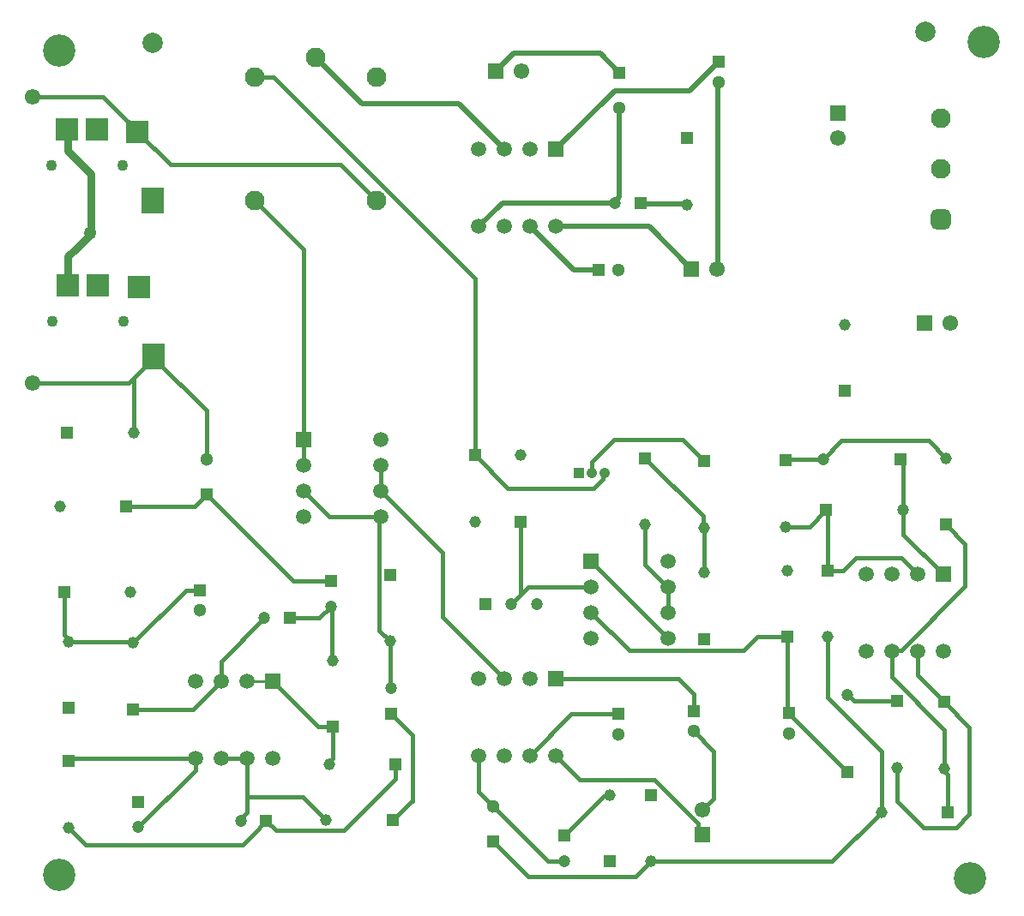
<source format=gtl>
G04*
G04 #@! TF.GenerationSoftware,Altium Limited,Altium Designer,24.2.2 (26)*
G04*
G04 Layer_Physical_Order=1*
G04 Layer_Color=255*
%FSLAX44Y44*%
%MOMM*%
G71*
G04*
G04 #@! TF.SameCoordinates,0EA0B31A-DED8-4D88-AA7A-5696349AFEB5*
G04*
G04*
G04 #@! TF.FilePolarity,Positive*
G04*
G01*
G75*
%ADD17R,2.2000X2.3000*%
%ADD18R,2.2000X2.5000*%
%ADD21C,1.5500*%
%ADD24C,2.0000*%
%ADD25C,1.2000*%
%ADD26R,1.2000X1.2000*%
%ADD28C,1.1500*%
%ADD29R,1.1500X1.1500*%
%ADD30R,1.1500X1.1500*%
%ADD32R,1.5500X1.5500*%
%ADD34R,1.2000X1.2000*%
%ADD35R,1.5500X1.5500*%
%ADD39C,1.3000*%
%ADD40R,1.3000X1.3000*%
%ADD44C,0.3810*%
%ADD45C,0.5080*%
%ADD46C,0.7620*%
%ADD47C,0.2540*%
%ADD48R,1.3000X1.3000*%
%ADD49C,1.1000*%
%ADD50C,1.5000*%
%ADD51R,1.0500X1.0500*%
%ADD52C,1.0500*%
%ADD53R,1.5000X1.5000*%
%ADD54R,1.5000X1.5000*%
%ADD55C,3.2000*%
%ADD56C,1.9500*%
G04:AMPARAMS|DCode=57|XSize=1.95mm|YSize=1.95mm|CornerRadius=0.4875mm|HoleSize=0mm|Usage=FLASHONLY|Rotation=90.000|XOffset=0mm|YOffset=0mm|HoleType=Round|Shape=RoundedRectangle|*
%AMROUNDEDRECTD57*
21,1,1.9500,0.9750,0,0,90.0*
21,1,0.9750,1.9500,0,0,90.0*
1,1,0.9750,0.4875,0.4875*
1,1,0.9750,0.4875,-0.4875*
1,1,0.9750,-0.4875,-0.4875*
1,1,0.9750,-0.4875,0.4875*
%
%ADD57ROUNDEDRECTD57*%
%ADD58C,1.2700*%
D17*
X55000Y-279500D02*
D03*
X85000D02*
D03*
X125000Y-281500D02*
D03*
X54000Y-125500D02*
D03*
X84000D02*
D03*
X124000Y-127500D02*
D03*
D18*
X140000Y-349500D02*
D03*
X139000Y-195500D02*
D03*
D21*
X20000Y-93000D02*
D03*
Y-376000D02*
D03*
X815000Y-134000D02*
D03*
X502793Y-67750D02*
D03*
X926000Y-317000D02*
D03*
X681750Y-797500D02*
D03*
X696000Y-263000D02*
D03*
D24*
X139000Y-40000D02*
D03*
X902000Y-29000D02*
D03*
D25*
X374000Y-677500D02*
D03*
X825000Y-683870D02*
D03*
X800870Y-451000D02*
D03*
X880130Y-501000D02*
D03*
X545000Y-848250D02*
D03*
X124460Y-814810D02*
D03*
X249320Y-608270D02*
D03*
X315000Y-596500D02*
D03*
X226060Y-808310D02*
D03*
X595500Y-198000D02*
D03*
X493000Y-594050D02*
D03*
X518400D02*
D03*
D26*
X374000Y-702500D02*
D03*
X467600Y-594050D02*
D03*
X124460Y-789810D02*
D03*
X825000Y-760130D02*
D03*
X545000Y-823250D02*
D03*
X315000Y-571500D02*
D03*
D28*
X120000Y-425000D02*
D03*
X765000Y-561200D02*
D03*
X47200Y-498000D02*
D03*
X117230Y-582870D02*
D03*
X822000Y-318000D02*
D03*
X858200Y-800000D02*
D03*
X920000Y-756800D02*
D03*
X683000Y-563200D02*
D03*
Y-518800D02*
D03*
X625000Y-515800D02*
D03*
X874000Y-755800D02*
D03*
X457000Y-512800D02*
D03*
X805000Y-626800D02*
D03*
X590000Y-782900D02*
D03*
X502000Y-447200D02*
D03*
X313000Y-753000D02*
D03*
X310200Y-808000D02*
D03*
X373000Y-630800D02*
D03*
X55880Y-631350D02*
D03*
X631000Y-848500D02*
D03*
X666000Y-199800D02*
D03*
X764000Y-517800D02*
D03*
X922000Y-450200D02*
D03*
X55880Y-815060D02*
D03*
X119380Y-632620D02*
D03*
X317000Y-650200D02*
D03*
D29*
X54400Y-425000D02*
D03*
X923800Y-800000D02*
D03*
X378600Y-753000D02*
D03*
X375800Y-808000D02*
D03*
X112800Y-498000D02*
D03*
X51630Y-582870D02*
D03*
D30*
X822000Y-383600D02*
D03*
X666000Y-134200D02*
D03*
X683000Y-628800D02*
D03*
X631000Y-782900D02*
D03*
X590000Y-848500D02*
D03*
X373000Y-565200D02*
D03*
X920000Y-691200D02*
D03*
X683000Y-453200D02*
D03*
X625000Y-450200D02*
D03*
X765000Y-626800D02*
D03*
X874000Y-690200D02*
D03*
X457000Y-447200D02*
D03*
X805000Y-561200D02*
D03*
X502000Y-512800D02*
D03*
X55880Y-696950D02*
D03*
X764000Y-452200D02*
D03*
X922000Y-515800D02*
D03*
X55880Y-749460D02*
D03*
X119380Y-698220D02*
D03*
X317000Y-715800D02*
D03*
D32*
X901000Y-317000D02*
D03*
X477793Y-67750D02*
D03*
X671000Y-263000D02*
D03*
D34*
X877130Y-451000D02*
D03*
X803870Y-501000D02*
D03*
X274320Y-608270D02*
D03*
X251060Y-808310D02*
D03*
X620500Y-198000D02*
D03*
D35*
X681750Y-822500D02*
D03*
X815000Y-109000D02*
D03*
D39*
X599000Y-264000D02*
D03*
X767000Y-722000D02*
D03*
X599000Y-723000D02*
D03*
X185420Y-600490D02*
D03*
X673000Y-720000D02*
D03*
X697793Y-78500D02*
D03*
X475000Y-794250D02*
D03*
X599793Y-104250D02*
D03*
X192000Y-451000D02*
D03*
D40*
X673000Y-700000D02*
D03*
X767000Y-702000D02*
D03*
X697793Y-58500D02*
D03*
X475000Y-829250D02*
D03*
X599000Y-703000D02*
D03*
X599793Y-69250D02*
D03*
X192000Y-486000D02*
D03*
X185420Y-580490D02*
D03*
D44*
X820800Y-561200D02*
X833000Y-549000D01*
X877800D02*
X893700Y-564900D01*
X833000Y-549000D02*
X877800D01*
X805000Y-561200D02*
X820800D01*
X583420Y-465930D02*
X584700Y-464650D01*
X489800Y-480000D02*
X574000D01*
X583420Y-470580D01*
Y-465930D01*
X594000Y-432000D02*
X661800D01*
X572000Y-464650D02*
Y-454000D01*
X594000Y-432000D01*
X661800D02*
X683000Y-453200D01*
X457000Y-447200D02*
X489800Y-480000D01*
X693000Y-786250D02*
Y-740000D01*
X673000Y-720000D02*
X693000Y-740000D01*
X681750Y-797500D02*
X693000Y-786250D01*
X633886Y-768000D02*
X677153Y-811267D01*
X536400Y-744000D02*
X560400Y-768000D01*
X633886D01*
X615500Y-864000D02*
X631000Y-848500D01*
X509750Y-864000D02*
X615500D01*
X475000Y-829250D02*
X509750Y-864000D01*
X120000Y-371000D02*
X140000Y-351000D01*
X115000Y-376000D02*
X120000Y-371000D01*
X140750Y-348750D02*
X141500Y-348000D01*
X140000Y-349500D02*
Y-348000D01*
Y-351000D02*
Y-349500D01*
X20000Y-376000D02*
X115000D01*
X89500Y-93000D02*
X114405Y-117905D01*
X20000Y-93000D02*
X89500D01*
X124000Y-127500D02*
Y-127000D01*
X114905Y-117905D02*
X124000Y-127000D01*
X114405Y-117905D02*
X114905D01*
X374000Y-702500D02*
X378095Y-706595D01*
Y-706595D02*
X395000Y-723500D01*
X378095Y-706595D02*
Y-706595D01*
X395000Y-789000D02*
Y-723500D01*
X374000Y-702500D02*
X374000D01*
X375800Y-808000D02*
X394900Y-788900D01*
X373500Y-677500D02*
X374000Y-678000D01*
X373500Y-677500D02*
Y-631300D01*
X373000Y-630800D02*
X373500Y-631300D01*
X683000Y-563200D02*
Y-518800D01*
Y-564000D02*
Y-563200D01*
X552000Y-703000D02*
X599000D01*
X511000Y-744000D02*
X552000Y-703000D01*
X378600Y-767400D02*
Y-753000D01*
X313000Y-750575D02*
X317000Y-746575D01*
X502000Y-585050D02*
X509750Y-577300D01*
X571900D01*
X424800Y-607000D02*
Y-543400D01*
X571900Y-602700D02*
X609245Y-640045D01*
X424800Y-607000D02*
X485600Y-667800D01*
X493000Y-594050D02*
X502000Y-585050D01*
X171510Y-580490D02*
X185420D01*
X303230Y-608270D02*
X315000Y-596500D01*
X277500Y-571500D02*
X315000D01*
X274320Y-608270D02*
X303230D01*
X206300Y-651290D02*
X249320Y-608270D01*
X119380Y-632620D02*
X171510Y-580490D01*
X362805Y-620605D02*
X373000Y-630800D01*
X55880Y-749460D02*
X58240Y-747100D01*
X55880Y-631350D02*
Y-629269D01*
X56515Y-631985D02*
X118745D01*
X55880Y-815060D02*
X72820Y-832000D01*
X51630Y-625019D02*
Y-582870D01*
Y-625019D02*
X55880Y-629269D01*
X119380Y-698220D02*
X178980D01*
X317000Y-746575D02*
Y-715800D01*
X206300Y-670900D02*
Y-651290D01*
X178980Y-698220D02*
X206300Y-670900D01*
X180860Y-758410D02*
Y-747140D01*
X302000Y-715800D02*
X317000D01*
X257100Y-670900D02*
X302000Y-715800D01*
X460200Y-779450D02*
X475000Y-794250D01*
X460200Y-779450D02*
Y-744000D01*
X475000Y-794250D02*
X529000Y-848250D01*
X180860Y-747140D02*
X180900Y-747100D01*
X206300D02*
X231700D01*
X58240D02*
X180900D01*
X124460Y-814810D02*
X180860Y-758410D01*
X251060Y-808310D02*
X260945Y-818195D01*
X226060Y-805750D02*
X231700Y-800110D01*
X227370Y-832000D02*
X237665Y-821705D01*
Y-821705D01*
X251060Y-808310D01*
X226060D02*
Y-805750D01*
X72820Y-832000D02*
X227370D01*
X231700Y-800110D02*
Y-785000D01*
Y-747100D01*
X327805Y-818195D02*
X378600Y-767400D01*
X260945Y-818195D02*
X327805D01*
X231700Y-785000D02*
X287200D01*
X310200Y-808000D01*
X316000Y-649200D02*
Y-597500D01*
X315000Y-596500D02*
X316000Y-597500D01*
X529000Y-848250D02*
X545000D01*
X583879Y-784371D02*
X588529D01*
X545000Y-823250D02*
X583879Y-784371D01*
X588529D02*
X590000Y-782900D01*
X240000Y-74000D02*
X258075D01*
X324000Y-160000D02*
X360000Y-196000D01*
X124000Y-127500D02*
X156500Y-160000D01*
X324000D01*
X120000Y-425000D02*
Y-371000D01*
X287800Y-431800D02*
Y-243800D01*
X192000Y-451000D02*
Y-403000D01*
X240000Y-196000D02*
X287800Y-243800D01*
X140000Y-351000D02*
X192000Y-403000D01*
X112800Y-498000D02*
X180000D01*
X192000Y-486000D01*
X287800Y-457200D02*
Y-431800D01*
X364000Y-482600D02*
Y-457200D01*
X362805Y-509195D02*
X364000Y-508000D01*
X457000Y-447200D02*
Y-272925D01*
X287800Y-482600D02*
X313200Y-508000D01*
X362805Y-620605D02*
Y-509195D01*
X364000Y-482600D02*
X424800Y-543400D01*
X192000Y-486000D02*
X277500Y-571500D01*
X313200Y-508000D02*
X364000D01*
X258075Y-74000D02*
X457000Y-272925D01*
X874000Y-789000D02*
X900000Y-815000D01*
X920000Y-691200D02*
X945000Y-716200D01*
X900000Y-815000D02*
X932000D01*
X945000Y-802000D01*
Y-716200D01*
X818870Y-433000D02*
X904800D01*
X316000Y-649200D02*
X317000Y-650200D01*
X868300Y-641100D02*
X869581Y-639819D01*
X878088D01*
X941000Y-576907D01*
Y-534800D01*
X880130Y-525930D02*
Y-501000D01*
Y-525930D02*
X919100Y-564900D01*
X868300Y-666714D02*
Y-641100D01*
X893700Y-664900D02*
Y-641100D01*
X880130Y-501000D02*
Y-454000D01*
X877130Y-451000D02*
X880130Y-454000D01*
X904800Y-433000D02*
X922000Y-450200D01*
Y-515800D02*
X941000Y-534800D01*
X920000Y-756800D02*
Y-718414D01*
Y-758881D02*
Y-756800D01*
Y-758881D02*
X923800Y-762681D01*
X868300Y-666714D02*
X920000Y-718414D01*
X874000Y-789000D02*
Y-755800D01*
X923800Y-800000D02*
Y-762681D01*
X858200Y-800000D02*
Y-740000D01*
X893700Y-664900D02*
X920000Y-691200D01*
X831327Y-690200D02*
X874000D01*
X502000Y-585050D02*
Y-512800D01*
X657800Y-667800D02*
X673000Y-683000D01*
Y-700000D02*
Y-683000D01*
X682135Y-517935D02*
X683000Y-518800D01*
X682135Y-517935D02*
Y-507335D01*
X625000Y-450200D02*
X682135Y-507335D01*
X625000Y-555000D02*
Y-515800D01*
X571900Y-551900D02*
X648100Y-628100D01*
Y-602700D02*
Y-577300D01*
X625000Y-555000D02*
X647300Y-577300D01*
X648100D01*
X536400Y-667800D02*
X657800D01*
X609245Y-640045D02*
X722245D01*
X735490Y-626800D01*
X765000D01*
X677153Y-817903D02*
X681750Y-822500D01*
X677153Y-817903D02*
Y-811267D01*
X631000Y-848500D02*
X809700D01*
X858200Y-800000D01*
X765000Y-700000D02*
X767000Y-702000D01*
X765000Y-700000D02*
Y-626800D01*
X805000Y-686800D02*
Y-626800D01*
X767000Y-702000D02*
X771595Y-706595D01*
Y-706725D02*
Y-706595D01*
Y-706725D02*
X825000Y-760130D01*
X805000Y-686800D02*
X858200Y-740000D01*
X825000Y-683873D02*
Y-683870D01*
Y-683873D02*
X831327Y-690200D01*
X787070Y-517800D02*
X803870Y-501000D01*
X805000Y-502130D01*
X764000Y-517800D02*
X787070D01*
X765200Y-451000D02*
X800870D01*
X764000Y-452200D02*
X765200Y-451000D01*
X805000Y-561200D02*
Y-502130D01*
X800870Y-451000D02*
X818870Y-433000D01*
D45*
X580542Y-50000D02*
X599793Y-69250D01*
X495542Y-50000D02*
X580542D01*
X477793Y-67750D02*
X495542Y-50000D01*
X595000Y-87000D02*
X669293D01*
X697793Y-58500D01*
X537100Y-144900D02*
X595000Y-87000D01*
X511700Y-221100D02*
X554600Y-264000D01*
X579000D02*
X580000D01*
X554600D02*
X579000D01*
X300000Y-54000D02*
X345881Y-99881D01*
X484000Y-198000D02*
X595500D01*
X460900Y-221100D02*
X484000Y-198000D01*
X441281Y-99881D02*
X486300Y-144900D01*
X345881Y-99881D02*
X441281D01*
X537100Y-221100D02*
X629100D01*
X696000Y-263000D02*
X696896Y-262104D01*
X629100Y-221100D02*
X671000Y-263000D01*
X696896Y-79396D02*
X697793Y-78500D01*
X696896Y-262104D02*
Y-79396D01*
X595500Y-198000D02*
Y-196127D01*
X599793Y-191835D01*
Y-104250D01*
X620500Y-198000D02*
X621400Y-198900D01*
X665100D02*
X666000Y-199800D01*
X621400Y-198900D02*
X665100D01*
D46*
X63458Y-242854D02*
X77656Y-228656D01*
X55000Y-279500D02*
Y-251000D01*
X63146Y-242854D01*
X54000Y-125500D02*
X55288Y-126788D01*
Y-146288D02*
Y-126788D01*
X77201Y-227799D02*
X78514D01*
X55288Y-146288D02*
X78313Y-169313D01*
Y-225517D02*
Y-169313D01*
Y-225517D02*
X78514Y-225718D01*
Y-228000D02*
X79000D01*
X77000D02*
X77201Y-227799D01*
X63146Y-242854D02*
X63458D01*
D47*
X313000Y-753000D02*
Y-750575D01*
X55880Y-631350D02*
X56515Y-631985D01*
X118745D02*
X119380Y-632620D01*
X231700Y-670900D02*
X257100D01*
D48*
X579000Y-264000D02*
D03*
D49*
X40000Y-315000D02*
D03*
X110000D02*
D03*
X39000Y-161000D02*
D03*
X109000D02*
D03*
D50*
X868300Y-564900D02*
D03*
X511700Y-144900D02*
D03*
X842900Y-641100D02*
D03*
X571900Y-628100D02*
D03*
X460900Y-144900D02*
D03*
X511000Y-667800D02*
D03*
X460200D02*
D03*
X180900Y-670900D02*
D03*
X648100Y-628100D02*
D03*
Y-602700D02*
D03*
Y-577300D02*
D03*
Y-551900D02*
D03*
X571900Y-602700D02*
D03*
Y-577300D02*
D03*
X893700Y-564900D02*
D03*
X842900D02*
D03*
X919100Y-641100D02*
D03*
X893700D02*
D03*
X868300D02*
D03*
X364000Y-508000D02*
D03*
Y-482600D02*
D03*
Y-457200D02*
D03*
Y-431800D02*
D03*
X287800Y-508000D02*
D03*
Y-482600D02*
D03*
Y-457200D02*
D03*
X460200Y-744000D02*
D03*
X485600D02*
D03*
X511000D02*
D03*
X536400D02*
D03*
X485600Y-667800D02*
D03*
X460900Y-221100D02*
D03*
X486300D02*
D03*
X511700D02*
D03*
X537100D02*
D03*
X486300Y-144900D02*
D03*
X180900Y-747100D02*
D03*
X206300D02*
D03*
X231700D02*
D03*
X257100D02*
D03*
X206300Y-670900D02*
D03*
X231700D02*
D03*
D51*
X559300Y-464650D02*
D03*
D52*
X572000D02*
D03*
X584700D02*
D03*
D53*
X571900Y-551900D02*
D03*
X287800Y-431800D02*
D03*
D54*
X919100Y-564900D02*
D03*
X536400Y-667800D02*
D03*
X537100Y-144900D02*
D03*
X257100Y-670900D02*
D03*
D55*
X47000Y-862000D02*
D03*
Y-47000D02*
D03*
X959000Y-39000D02*
D03*
X946000Y-865000D02*
D03*
D56*
X917000Y-114000D02*
D03*
Y-164000D02*
D03*
X300000Y-54000D02*
D03*
X240000Y-74000D02*
D03*
Y-196000D02*
D03*
X360000D02*
D03*
Y-74000D02*
D03*
D57*
X917000Y-214000D02*
D03*
D58*
X77000Y-228000D02*
D03*
M02*

</source>
